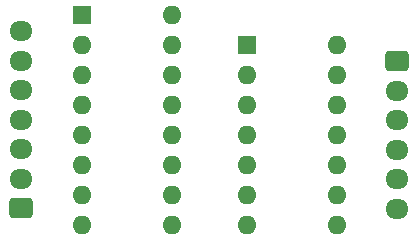
<source format=gbr>
%TF.GenerationSoftware,KiCad,Pcbnew,(6.0.6)*%
%TF.CreationDate,2022-11-10T14:52:31+05:30*%
%TF.ProjectId,exp3,65787033-2e6b-4696-9361-645f70636258,rev?*%
%TF.SameCoordinates,Original*%
%TF.FileFunction,Copper,L1,Top*%
%TF.FilePolarity,Positive*%
%FSLAX46Y46*%
G04 Gerber Fmt 4.6, Leading zero omitted, Abs format (unit mm)*
G04 Created by KiCad (PCBNEW (6.0.6)) date 2022-11-10 14:52:31*
%MOMM*%
%LPD*%
G01*
G04 APERTURE LIST*
G04 Aperture macros list*
%AMRoundRect*
0 Rectangle with rounded corners*
0 $1 Rounding radius*
0 $2 $3 $4 $5 $6 $7 $8 $9 X,Y pos of 4 corners*
0 Add a 4 corners polygon primitive as box body*
4,1,4,$2,$3,$4,$5,$6,$7,$8,$9,$2,$3,0*
0 Add four circle primitives for the rounded corners*
1,1,$1+$1,$2,$3*
1,1,$1+$1,$4,$5*
1,1,$1+$1,$6,$7*
1,1,$1+$1,$8,$9*
0 Add four rect primitives between the rounded corners*
20,1,$1+$1,$2,$3,$4,$5,0*
20,1,$1+$1,$4,$5,$6,$7,0*
20,1,$1+$1,$6,$7,$8,$9,0*
20,1,$1+$1,$8,$9,$2,$3,0*%
G04 Aperture macros list end*
%TA.AperFunction,ComponentPad*%
%ADD10RoundRect,0.250000X0.725000X-0.600000X0.725000X0.600000X-0.725000X0.600000X-0.725000X-0.600000X0*%
%TD*%
%TA.AperFunction,ComponentPad*%
%ADD11O,1.950000X1.700000*%
%TD*%
%TA.AperFunction,ComponentPad*%
%ADD12RoundRect,0.250000X-0.725000X0.600000X-0.725000X-0.600000X0.725000X-0.600000X0.725000X0.600000X0*%
%TD*%
%TA.AperFunction,ComponentPad*%
%ADD13O,1.600000X1.600000*%
%TD*%
%TA.AperFunction,ComponentPad*%
%ADD14R,1.600000X1.600000*%
%TD*%
G04 APERTURE END LIST*
D10*
%TO.P,J1,1,Pin_1*%
%TO.N,A1*%
X116832500Y-102750000D03*
D11*
%TO.P,J1,2,Pin_2*%
%TO.N,A0*%
X116832500Y-100250000D03*
%TO.P,J1,3,Pin_3*%
%TO.N,VCC*%
X116832500Y-97750000D03*
%TO.P,J1,4,Pin_4*%
%TO.N,GND*%
X116832500Y-95250000D03*
%TO.P,J1,5,Pin_5*%
%TO.N,Cin*%
X116832500Y-92750000D03*
%TO.P,J1,6,Pin_6*%
%TO.N,A2*%
X116832500Y-90250000D03*
%TO.P,J1,7,Pin_7*%
%TO.N,A3*%
X116832500Y-87750000D03*
%TD*%
%TO.P,J2,6,Pin_6*%
%TO.N,GND*%
X148597500Y-102770000D03*
%TO.P,J2,5,Pin_5*%
%TO.N,S0*%
X148597500Y-100270000D03*
%TO.P,J2,4,Pin_4*%
%TO.N,S1*%
X148597500Y-97770000D03*
%TO.P,J2,3,Pin_3*%
%TO.N,CO*%
X148597500Y-95270000D03*
%TO.P,J2,2,Pin_2*%
%TO.N,S2*%
X148597500Y-92770000D03*
D12*
%TO.P,J2,1,Pin_1*%
%TO.N,S3*%
X148597500Y-90270000D03*
%TD*%
D13*
%TO.P,U1,14,VCC*%
%TO.N,VCC*%
X143520000Y-88900000D03*
%TO.P,U1,13*%
X143520000Y-91440000D03*
%TO.P,U1,12*%
%TO.N,Cin*%
X143520000Y-93980000D03*
%TO.P,U1,11*%
%TO.N,Net-(U1-Pad11)*%
X143520000Y-96520000D03*
%TO.P,U1,10*%
%TO.N,VCC*%
X143520000Y-99060000D03*
%TO.P,U1,9*%
%TO.N,Cin*%
X143520000Y-101600000D03*
%TO.P,U1,8*%
%TO.N,Net-(U1-Pad8)*%
X143520000Y-104140000D03*
%TO.P,U1,7,GND*%
%TO.N,GND*%
X135900000Y-104140000D03*
%TO.P,U1,6*%
%TO.N,Net-(U1-Pad6)*%
X135900000Y-101600000D03*
%TO.P,U1,5*%
%TO.N,Cin*%
X135900000Y-99060000D03*
%TO.P,U1,4*%
%TO.N,GND*%
X135900000Y-96520000D03*
%TO.P,U1,3*%
%TO.N,Net-(U1-Pad3)*%
X135900000Y-93980000D03*
%TO.P,U1,2*%
%TO.N,GND*%
X135900000Y-91440000D03*
D14*
%TO.P,U1,1*%
%TO.N,Cin*%
X135900000Y-88900000D03*
%TD*%
%TO.P,U2,1,A4*%
%TO.N,A3*%
X121930000Y-86350000D03*
D13*
%TO.P,U2,2,S3*%
%TO.N,S2*%
X121930000Y-88890000D03*
%TO.P,U2,3,A3*%
%TO.N,A2*%
X121930000Y-91430000D03*
%TO.P,U2,4,B3*%
%TO.N,Net-(U1-Pad6)*%
X121930000Y-93970000D03*
%TO.P,U2,5,VCC*%
%TO.N,VCC*%
X121930000Y-96510000D03*
%TO.P,U2,6,S2*%
%TO.N,S1*%
X121930000Y-99050000D03*
%TO.P,U2,7,B2*%
%TO.N,Net-(U1-Pad8)*%
X121930000Y-101590000D03*
%TO.P,U2,8,A2*%
%TO.N,A1*%
X121930000Y-104130000D03*
%TO.P,U2,9,S1*%
%TO.N,S0*%
X129550000Y-104130000D03*
%TO.P,U2,10,A1*%
%TO.N,A0*%
X129550000Y-101590000D03*
%TO.P,U2,11,B1*%
%TO.N,Net-(U1-Pad11)*%
X129550000Y-99050000D03*
%TO.P,U2,12,GND*%
%TO.N,GND*%
X129550000Y-96510000D03*
%TO.P,U2,13,C0*%
%TO.N,Cin*%
X129550000Y-93970000D03*
%TO.P,U2,14,C4*%
%TO.N,CO*%
X129550000Y-91430000D03*
%TO.P,U2,15,S4*%
%TO.N,S3*%
X129550000Y-88890000D03*
%TO.P,U2,16,B4*%
%TO.N,Net-(U1-Pad3)*%
X129550000Y-86350000D03*
%TD*%
M02*

</source>
